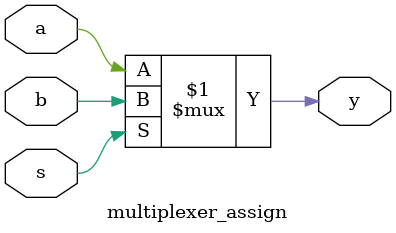
<source format=v>
module multiplexer_assign(a, b, s, y);
    input a;    // Data input 0
    input b;    // Data input 1
    input s;    // Select input
    output y;   // Output
    
    // Behavioral description with assign statement
    assign y = s ? b : a;
    
endmodule 
</source>
